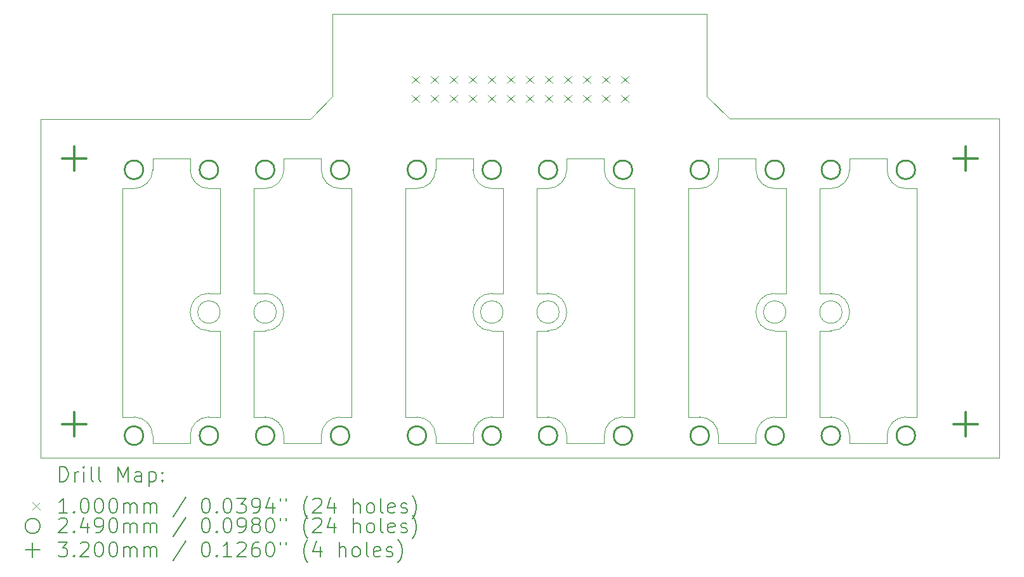
<source format=gbr>
%TF.GenerationSoftware,KiCad,Pcbnew,8.0.4*%
%TF.CreationDate,2024-09-10T22:05:45-04:00*%
%TF.ProjectId,UpperPOGO,55707065-7250-44f4-974f-2e6b69636164,v4*%
%TF.SameCoordinates,Original*%
%TF.FileFunction,Drillmap*%
%TF.FilePolarity,Positive*%
%FSLAX45Y45*%
G04 Gerber Fmt 4.5, Leading zero omitted, Abs format (unit mm)*
G04 Created by KiCad (PCBNEW 8.0.4) date 2024-09-10 22:05:45*
%MOMM*%
%LPD*%
G01*
G04 APERTURE LIST*
%ADD10C,0.050000*%
%ADD11C,0.200000*%
%ADD12C,0.100000*%
%ADD13C,0.249000*%
%ADD14C,0.320000*%
G04 APERTURE END LIST*
D10*
X14975000Y-7000000D02*
X14825000Y-7000000D01*
X14975000Y-10050000D02*
G75*
G02*
X15225000Y-10300000I0J-250000D01*
G01*
X11950000Y-10300000D02*
X11950000Y-10400000D01*
X19500000Y-10400000D02*
X19500000Y-10300000D01*
X19500000Y-6600000D02*
X19000000Y-6600000D01*
X10450000Y-10050000D02*
X10600000Y-10050000D01*
X13075000Y-7000000D02*
X13075000Y-10050000D01*
X17750000Y-6600000D02*
X17750000Y-6750000D01*
X19750000Y-7000000D02*
X19900000Y-7000000D01*
X12200000Y-10050000D02*
X12350000Y-10050000D01*
X14225000Y-8900000D02*
G75*
G02*
X14225000Y-8400000I0J250000D01*
G01*
X11450000Y-6750000D02*
G75*
G02*
X11200000Y-7000000I-250000J0D01*
G01*
X16850000Y-7000000D02*
X16850000Y-10050000D01*
X17000000Y-10050000D02*
X16850000Y-10050000D01*
X18150000Y-8900000D02*
X18150000Y-10050000D01*
X18750000Y-10050000D02*
G75*
G02*
X19000000Y-10300000I0J-250000D01*
G01*
X15725000Y-6600000D02*
X15225000Y-6600000D01*
X10200000Y-6750000D02*
X10200000Y-6600000D01*
X9700000Y-10400000D02*
X9700000Y-10300000D01*
X10200000Y-10300000D02*
G75*
G02*
X10450000Y-10050000I250000J0D01*
G01*
X10600000Y-7000000D02*
X10600000Y-8400000D01*
X17250000Y-10300000D02*
X17250000Y-10400000D01*
X11200000Y-8900000D02*
X11050000Y-8900000D01*
X14975000Y-8400000D02*
X14825000Y-8400000D01*
X14825000Y-8900000D02*
X14825000Y-10050000D01*
X18750000Y-8900000D02*
X18600000Y-8900000D01*
X13475000Y-6750000D02*
G75*
G02*
X13225000Y-7000000I-250000J0D01*
G01*
X13225000Y-7000000D02*
X13075000Y-7000000D01*
X11200000Y-10050000D02*
G75*
G02*
X11450000Y-10300000I0J-250000D01*
G01*
X17097500Y-5770000D02*
X17397500Y-6070000D01*
X12350000Y-7000000D02*
X12350000Y-10050000D01*
X14975000Y-8400000D02*
G75*
G02*
X14975000Y-8900000I0J-250000D01*
G01*
X17750000Y-10300000D02*
X17750000Y-10400000D01*
X10600000Y-8650000D02*
G75*
G02*
X10300000Y-8650000I-150000J0D01*
G01*
X10300000Y-8650000D02*
G75*
G02*
X10600000Y-8650000I150000J0D01*
G01*
X9450000Y-7000000D02*
X9300000Y-7000000D01*
X18000000Y-7000000D02*
X18150000Y-7000000D01*
X17000000Y-7000000D02*
X16850000Y-7000000D01*
X10200000Y-10300000D02*
X10200000Y-10400000D01*
X11050000Y-8900000D02*
X11050000Y-10050000D01*
X11200000Y-8400000D02*
G75*
G02*
X11200000Y-8900000I0J-250000D01*
G01*
X19900000Y-7000000D02*
X19900000Y-10050000D01*
X18150000Y-7000000D02*
X18150000Y-8400000D01*
X11200000Y-10050000D02*
X11050000Y-10050000D01*
X13475000Y-6600000D02*
X13975000Y-6600000D01*
X9450000Y-10050000D02*
G75*
G02*
X9700000Y-10300000I0J-250000D01*
G01*
X15725000Y-10400000D02*
X15225000Y-10400000D01*
X17000000Y-10050000D02*
G75*
G02*
X17250000Y-10300000I0J-250000D01*
G01*
X18750000Y-8400000D02*
G75*
G02*
X18750000Y-8900000I0J-250000D01*
G01*
X12097500Y-4670000D02*
X17097500Y-4670000D01*
X14825000Y-7000000D02*
X14825000Y-8400000D01*
X19750000Y-10050000D02*
X19900000Y-10050000D01*
X9700000Y-10400000D02*
X10200000Y-10400000D01*
X18600000Y-7000000D02*
X18600000Y-8400000D01*
X13975000Y-10300000D02*
X13975000Y-10400000D01*
X11950000Y-6600000D02*
X11450000Y-6600000D01*
X9300000Y-7000000D02*
X9300000Y-10050000D01*
X17750000Y-10300000D02*
G75*
G02*
X18000000Y-10050000I250000J0D01*
G01*
X9700000Y-6750000D02*
G75*
G02*
X9450000Y-7000000I-250000J0D01*
G01*
X15225000Y-6750000D02*
G75*
G02*
X14975000Y-7000000I-250000J0D01*
G01*
X12200000Y-7000000D02*
X12350000Y-7000000D01*
X14975000Y-10050000D02*
X14825000Y-10050000D01*
X14375000Y-8900000D02*
X14375000Y-10050000D01*
X14975000Y-8900000D02*
X14825000Y-8900000D01*
X14225000Y-7000000D02*
G75*
G02*
X13975000Y-6750000I0J250000D01*
G01*
X10450000Y-7000000D02*
X10600000Y-7000000D01*
X14225000Y-10050000D02*
X14375000Y-10050000D01*
X15975000Y-7000000D02*
G75*
G02*
X15725000Y-6750000I0J250000D01*
G01*
X13225000Y-10050000D02*
X13075000Y-10050000D01*
X18000000Y-8900000D02*
G75*
G02*
X18000000Y-8400000I0J250000D01*
G01*
X19500000Y-6750000D02*
X19500000Y-6600000D01*
X11950000Y-6600000D02*
X11950000Y-6750000D01*
X15125000Y-8650000D02*
G75*
G02*
X14825000Y-8650000I-150000J0D01*
G01*
X14825000Y-8650000D02*
G75*
G02*
X15125000Y-8650000I150000J0D01*
G01*
X18900000Y-8650000D02*
G75*
G02*
X18600000Y-8650000I-150000J0D01*
G01*
X18600000Y-8650000D02*
G75*
G02*
X18900000Y-8650000I150000J0D01*
G01*
X14375000Y-7000000D02*
X14375000Y-8400000D01*
X18000000Y-10050000D02*
X18150000Y-10050000D01*
X15225000Y-6750000D02*
X15225000Y-6600000D01*
X18750000Y-8400000D02*
X18600000Y-8400000D01*
X15725000Y-10300000D02*
G75*
G02*
X15975000Y-10050000I250000J0D01*
G01*
X18750000Y-10050000D02*
X18600000Y-10050000D01*
X17250000Y-6600000D02*
X17750000Y-6600000D01*
X19500000Y-10400000D02*
X19000000Y-10400000D01*
X15725000Y-10300000D02*
X15725000Y-10400000D01*
X14225000Y-7000000D02*
X14375000Y-7000000D01*
X18600000Y-8900000D02*
X18600000Y-10050000D01*
X18150000Y-8650000D02*
G75*
G02*
X17850000Y-8650000I-150000J0D01*
G01*
X17850000Y-8650000D02*
G75*
G02*
X18150000Y-8650000I150000J0D01*
G01*
X15725000Y-6600000D02*
X15725000Y-6750000D01*
X8200000Y-6075000D02*
X11800000Y-6075000D01*
X10450000Y-7000000D02*
G75*
G02*
X10200000Y-6750000I0J250000D01*
G01*
X11200000Y-8400000D02*
X11050000Y-8400000D01*
X15225000Y-10300000D02*
X15225000Y-10400000D01*
X8200000Y-10600000D02*
X8200000Y-6075000D01*
X17250000Y-10400000D02*
X17750000Y-10400000D01*
X14225000Y-8400000D02*
X14375000Y-8400000D01*
X19750000Y-7000000D02*
G75*
G02*
X19500000Y-6750000I0J250000D01*
G01*
X17250000Y-6750000D02*
G75*
G02*
X17000000Y-7000000I-250000J0D01*
G01*
X11950000Y-10300000D02*
G75*
G02*
X12200000Y-10050000I250000J0D01*
G01*
X13975000Y-6600000D02*
X13975000Y-6750000D01*
X17397500Y-6070000D02*
X20997500Y-6070000D01*
X9700000Y-6600000D02*
X10200000Y-6600000D01*
X12200000Y-7000000D02*
G75*
G02*
X11950000Y-6750000I0J250000D01*
G01*
X17097500Y-4670000D02*
X17097500Y-5770000D01*
X19000000Y-6750000D02*
G75*
G02*
X18750000Y-7000000I-250000J0D01*
G01*
X9450000Y-10050000D02*
X9300000Y-10050000D01*
X15975000Y-10050000D02*
X16125000Y-10050000D01*
X13475000Y-10300000D02*
X13475000Y-10400000D01*
X18000000Y-7000000D02*
G75*
G02*
X17750000Y-6750000I0J250000D01*
G01*
X10450000Y-8400000D02*
X10600000Y-8400000D01*
X19000000Y-10300000D02*
X19000000Y-10400000D01*
X21000000Y-10600000D02*
X20997500Y-6070000D01*
X13475000Y-6600000D02*
X13475000Y-6750000D01*
X17250000Y-6600000D02*
X17250000Y-6750000D01*
X16125000Y-7000000D02*
X16125000Y-10050000D01*
X21000000Y-10600000D02*
X8200000Y-10600000D01*
X13225000Y-10050000D02*
G75*
G02*
X13475000Y-10300000I0J-250000D01*
G01*
X18750000Y-7000000D02*
X18600000Y-7000000D01*
X19000000Y-6600000D02*
X19000000Y-6750000D01*
X10450000Y-8900000D02*
X10600000Y-8900000D01*
X14225000Y-8900000D02*
X14375000Y-8900000D01*
X13475000Y-10400000D02*
X13975000Y-10400000D01*
X11200000Y-7000000D02*
X11050000Y-7000000D01*
X9700000Y-6750000D02*
X9700000Y-6600000D01*
X11950000Y-10400000D02*
X11450000Y-10400000D01*
X11450000Y-6750000D02*
X11450000Y-6600000D01*
X14375000Y-8650000D02*
G75*
G02*
X14075000Y-8650000I-150000J0D01*
G01*
X14075000Y-8650000D02*
G75*
G02*
X14375000Y-8650000I150000J0D01*
G01*
X11800000Y-6075000D02*
X12097500Y-5770000D01*
X10450000Y-8900000D02*
G75*
G02*
X10450000Y-8400000I0J250000D01*
G01*
X18000000Y-8400000D02*
X18150000Y-8400000D01*
X11350000Y-8650000D02*
G75*
G02*
X11050000Y-8650000I-150000J0D01*
G01*
X11050000Y-8650000D02*
G75*
G02*
X11350000Y-8650000I150000J0D01*
G01*
X12097500Y-5770000D02*
X12097500Y-4670000D01*
X10600000Y-8900000D02*
X10600000Y-10050000D01*
X18000000Y-8900000D02*
X18150000Y-8900000D01*
X13975000Y-10300000D02*
G75*
G02*
X14225000Y-10050000I250000J0D01*
G01*
X11050000Y-7000000D02*
X11050000Y-8400000D01*
X15975000Y-7000000D02*
X16125000Y-7000000D01*
X11450000Y-10300000D02*
X11450000Y-10400000D01*
X19500000Y-10300000D02*
G75*
G02*
X19750000Y-10050000I250000J0D01*
G01*
D11*
D12*
X13155000Y-5496000D02*
X13255000Y-5596000D01*
X13255000Y-5496000D02*
X13155000Y-5596000D01*
X13155000Y-5750000D02*
X13255000Y-5850000D01*
X13255000Y-5750000D02*
X13155000Y-5850000D01*
X13409000Y-5496000D02*
X13509000Y-5596000D01*
X13509000Y-5496000D02*
X13409000Y-5596000D01*
X13409000Y-5750000D02*
X13509000Y-5850000D01*
X13509000Y-5750000D02*
X13409000Y-5850000D01*
X13663000Y-5496000D02*
X13763000Y-5596000D01*
X13763000Y-5496000D02*
X13663000Y-5596000D01*
X13663000Y-5750000D02*
X13763000Y-5850000D01*
X13763000Y-5750000D02*
X13663000Y-5850000D01*
X13917000Y-5496000D02*
X14017000Y-5596000D01*
X14017000Y-5496000D02*
X13917000Y-5596000D01*
X13917000Y-5750000D02*
X14017000Y-5850000D01*
X14017000Y-5750000D02*
X13917000Y-5850000D01*
X14171000Y-5496000D02*
X14271000Y-5596000D01*
X14271000Y-5496000D02*
X14171000Y-5596000D01*
X14171000Y-5750000D02*
X14271000Y-5850000D01*
X14271000Y-5750000D02*
X14171000Y-5850000D01*
X14425000Y-5496000D02*
X14525000Y-5596000D01*
X14525000Y-5496000D02*
X14425000Y-5596000D01*
X14425000Y-5750000D02*
X14525000Y-5850000D01*
X14525000Y-5750000D02*
X14425000Y-5850000D01*
X14679000Y-5496000D02*
X14779000Y-5596000D01*
X14779000Y-5496000D02*
X14679000Y-5596000D01*
X14679000Y-5750000D02*
X14779000Y-5850000D01*
X14779000Y-5750000D02*
X14679000Y-5850000D01*
X14933000Y-5496000D02*
X15033000Y-5596000D01*
X15033000Y-5496000D02*
X14933000Y-5596000D01*
X14933000Y-5750000D02*
X15033000Y-5850000D01*
X15033000Y-5750000D02*
X14933000Y-5850000D01*
X15187000Y-5496000D02*
X15287000Y-5596000D01*
X15287000Y-5496000D02*
X15187000Y-5596000D01*
X15187000Y-5750000D02*
X15287000Y-5850000D01*
X15287000Y-5750000D02*
X15187000Y-5850000D01*
X15441000Y-5496000D02*
X15541000Y-5596000D01*
X15541000Y-5496000D02*
X15441000Y-5596000D01*
X15441000Y-5750000D02*
X15541000Y-5850000D01*
X15541000Y-5750000D02*
X15441000Y-5850000D01*
X15695000Y-5496000D02*
X15795000Y-5596000D01*
X15795000Y-5496000D02*
X15695000Y-5596000D01*
X15695000Y-5750000D02*
X15795000Y-5850000D01*
X15795000Y-5750000D02*
X15695000Y-5850000D01*
X15949000Y-5496000D02*
X16049000Y-5596000D01*
X16049000Y-5496000D02*
X15949000Y-5596000D01*
X15949000Y-5750000D02*
X16049000Y-5850000D01*
X16049000Y-5750000D02*
X15949000Y-5850000D01*
D13*
X9574500Y-6750000D02*
G75*
G02*
X9325500Y-6750000I-124500J0D01*
G01*
X9325500Y-6750000D02*
G75*
G02*
X9574500Y-6750000I124500J0D01*
G01*
X9574500Y-10300000D02*
G75*
G02*
X9325500Y-10300000I-124500J0D01*
G01*
X9325500Y-10300000D02*
G75*
G02*
X9574500Y-10300000I124500J0D01*
G01*
X10574500Y-6750000D02*
G75*
G02*
X10325500Y-6750000I-124500J0D01*
G01*
X10325500Y-6750000D02*
G75*
G02*
X10574500Y-6750000I124500J0D01*
G01*
X10574500Y-10300000D02*
G75*
G02*
X10325500Y-10300000I-124500J0D01*
G01*
X10325500Y-10300000D02*
G75*
G02*
X10574500Y-10300000I124500J0D01*
G01*
X11324500Y-6750000D02*
G75*
G02*
X11075500Y-6750000I-124500J0D01*
G01*
X11075500Y-6750000D02*
G75*
G02*
X11324500Y-6750000I124500J0D01*
G01*
X11324500Y-10300000D02*
G75*
G02*
X11075500Y-10300000I-124500J0D01*
G01*
X11075500Y-10300000D02*
G75*
G02*
X11324500Y-10300000I124500J0D01*
G01*
X12324500Y-6750000D02*
G75*
G02*
X12075500Y-6750000I-124500J0D01*
G01*
X12075500Y-6750000D02*
G75*
G02*
X12324500Y-6750000I124500J0D01*
G01*
X12324500Y-10300000D02*
G75*
G02*
X12075500Y-10300000I-124500J0D01*
G01*
X12075500Y-10300000D02*
G75*
G02*
X12324500Y-10300000I124500J0D01*
G01*
X13349500Y-6750000D02*
G75*
G02*
X13100500Y-6750000I-124500J0D01*
G01*
X13100500Y-6750000D02*
G75*
G02*
X13349500Y-6750000I124500J0D01*
G01*
X13349500Y-10300000D02*
G75*
G02*
X13100500Y-10300000I-124500J0D01*
G01*
X13100500Y-10300000D02*
G75*
G02*
X13349500Y-10300000I124500J0D01*
G01*
X14349500Y-6750000D02*
G75*
G02*
X14100500Y-6750000I-124500J0D01*
G01*
X14100500Y-6750000D02*
G75*
G02*
X14349500Y-6750000I124500J0D01*
G01*
X14349500Y-10300000D02*
G75*
G02*
X14100500Y-10300000I-124500J0D01*
G01*
X14100500Y-10300000D02*
G75*
G02*
X14349500Y-10300000I124500J0D01*
G01*
X15099500Y-6750000D02*
G75*
G02*
X14850500Y-6750000I-124500J0D01*
G01*
X14850500Y-6750000D02*
G75*
G02*
X15099500Y-6750000I124500J0D01*
G01*
X15099500Y-10300000D02*
G75*
G02*
X14850500Y-10300000I-124500J0D01*
G01*
X14850500Y-10300000D02*
G75*
G02*
X15099500Y-10300000I124500J0D01*
G01*
X16099500Y-6750000D02*
G75*
G02*
X15850500Y-6750000I-124500J0D01*
G01*
X15850500Y-6750000D02*
G75*
G02*
X16099500Y-6750000I124500J0D01*
G01*
X16099500Y-10300000D02*
G75*
G02*
X15850500Y-10300000I-124500J0D01*
G01*
X15850500Y-10300000D02*
G75*
G02*
X16099500Y-10300000I124500J0D01*
G01*
X17124500Y-6750000D02*
G75*
G02*
X16875500Y-6750000I-124500J0D01*
G01*
X16875500Y-6750000D02*
G75*
G02*
X17124500Y-6750000I124500J0D01*
G01*
X17124500Y-10300000D02*
G75*
G02*
X16875500Y-10300000I-124500J0D01*
G01*
X16875500Y-10300000D02*
G75*
G02*
X17124500Y-10300000I124500J0D01*
G01*
X18124500Y-6750000D02*
G75*
G02*
X17875500Y-6750000I-124500J0D01*
G01*
X17875500Y-6750000D02*
G75*
G02*
X18124500Y-6750000I124500J0D01*
G01*
X18124500Y-10300000D02*
G75*
G02*
X17875500Y-10300000I-124500J0D01*
G01*
X17875500Y-10300000D02*
G75*
G02*
X18124500Y-10300000I124500J0D01*
G01*
X18874500Y-6750000D02*
G75*
G02*
X18625500Y-6750000I-124500J0D01*
G01*
X18625500Y-6750000D02*
G75*
G02*
X18874500Y-6750000I124500J0D01*
G01*
X18874500Y-10300000D02*
G75*
G02*
X18625500Y-10300000I-124500J0D01*
G01*
X18625500Y-10300000D02*
G75*
G02*
X18874500Y-10300000I124500J0D01*
G01*
X19874500Y-6750000D02*
G75*
G02*
X19625500Y-6750000I-124500J0D01*
G01*
X19625500Y-6750000D02*
G75*
G02*
X19874500Y-6750000I124500J0D01*
G01*
X19874500Y-10300000D02*
G75*
G02*
X19625500Y-10300000I-124500J0D01*
G01*
X19625500Y-10300000D02*
G75*
G02*
X19874500Y-10300000I124500J0D01*
G01*
D14*
X8650000Y-6440000D02*
X8650000Y-6760000D01*
X8490000Y-6600000D02*
X8810000Y-6600000D01*
X8650000Y-9990000D02*
X8650000Y-10310000D01*
X8490000Y-10150000D02*
X8810000Y-10150000D01*
X20550000Y-6440000D02*
X20550000Y-6760000D01*
X20390000Y-6600000D02*
X20710000Y-6600000D01*
X20550000Y-9990000D02*
X20550000Y-10310000D01*
X20390000Y-10150000D02*
X20710000Y-10150000D01*
D11*
X8458277Y-10913984D02*
X8458277Y-10713984D01*
X8458277Y-10713984D02*
X8505896Y-10713984D01*
X8505896Y-10713984D02*
X8534467Y-10723508D01*
X8534467Y-10723508D02*
X8553515Y-10742555D01*
X8553515Y-10742555D02*
X8563039Y-10761603D01*
X8563039Y-10761603D02*
X8572563Y-10799698D01*
X8572563Y-10799698D02*
X8572563Y-10828270D01*
X8572563Y-10828270D02*
X8563039Y-10866365D01*
X8563039Y-10866365D02*
X8553515Y-10885412D01*
X8553515Y-10885412D02*
X8534467Y-10904460D01*
X8534467Y-10904460D02*
X8505896Y-10913984D01*
X8505896Y-10913984D02*
X8458277Y-10913984D01*
X8658277Y-10913984D02*
X8658277Y-10780650D01*
X8658277Y-10818746D02*
X8667801Y-10799698D01*
X8667801Y-10799698D02*
X8677324Y-10790174D01*
X8677324Y-10790174D02*
X8696372Y-10780650D01*
X8696372Y-10780650D02*
X8715420Y-10780650D01*
X8782086Y-10913984D02*
X8782086Y-10780650D01*
X8782086Y-10713984D02*
X8772563Y-10723508D01*
X8772563Y-10723508D02*
X8782086Y-10733031D01*
X8782086Y-10733031D02*
X8791610Y-10723508D01*
X8791610Y-10723508D02*
X8782086Y-10713984D01*
X8782086Y-10713984D02*
X8782086Y-10733031D01*
X8905896Y-10913984D02*
X8886848Y-10904460D01*
X8886848Y-10904460D02*
X8877324Y-10885412D01*
X8877324Y-10885412D02*
X8877324Y-10713984D01*
X9010658Y-10913984D02*
X8991610Y-10904460D01*
X8991610Y-10904460D02*
X8982086Y-10885412D01*
X8982086Y-10885412D02*
X8982086Y-10713984D01*
X9239229Y-10913984D02*
X9239229Y-10713984D01*
X9239229Y-10713984D02*
X9305896Y-10856841D01*
X9305896Y-10856841D02*
X9372563Y-10713984D01*
X9372563Y-10713984D02*
X9372563Y-10913984D01*
X9553515Y-10913984D02*
X9553515Y-10809222D01*
X9553515Y-10809222D02*
X9543991Y-10790174D01*
X9543991Y-10790174D02*
X9524944Y-10780650D01*
X9524944Y-10780650D02*
X9486848Y-10780650D01*
X9486848Y-10780650D02*
X9467801Y-10790174D01*
X9553515Y-10904460D02*
X9534467Y-10913984D01*
X9534467Y-10913984D02*
X9486848Y-10913984D01*
X9486848Y-10913984D02*
X9467801Y-10904460D01*
X9467801Y-10904460D02*
X9458277Y-10885412D01*
X9458277Y-10885412D02*
X9458277Y-10866365D01*
X9458277Y-10866365D02*
X9467801Y-10847317D01*
X9467801Y-10847317D02*
X9486848Y-10837793D01*
X9486848Y-10837793D02*
X9534467Y-10837793D01*
X9534467Y-10837793D02*
X9553515Y-10828270D01*
X9648753Y-10780650D02*
X9648753Y-10980650D01*
X9648753Y-10790174D02*
X9667801Y-10780650D01*
X9667801Y-10780650D02*
X9705896Y-10780650D01*
X9705896Y-10780650D02*
X9724944Y-10790174D01*
X9724944Y-10790174D02*
X9734467Y-10799698D01*
X9734467Y-10799698D02*
X9743991Y-10818746D01*
X9743991Y-10818746D02*
X9743991Y-10875889D01*
X9743991Y-10875889D02*
X9734467Y-10894936D01*
X9734467Y-10894936D02*
X9724944Y-10904460D01*
X9724944Y-10904460D02*
X9705896Y-10913984D01*
X9705896Y-10913984D02*
X9667801Y-10913984D01*
X9667801Y-10913984D02*
X9648753Y-10904460D01*
X9829705Y-10894936D02*
X9839229Y-10904460D01*
X9839229Y-10904460D02*
X9829705Y-10913984D01*
X9829705Y-10913984D02*
X9820182Y-10904460D01*
X9820182Y-10904460D02*
X9829705Y-10894936D01*
X9829705Y-10894936D02*
X9829705Y-10913984D01*
X9829705Y-10790174D02*
X9839229Y-10799698D01*
X9839229Y-10799698D02*
X9829705Y-10809222D01*
X9829705Y-10809222D02*
X9820182Y-10799698D01*
X9820182Y-10799698D02*
X9829705Y-10790174D01*
X9829705Y-10790174D02*
X9829705Y-10809222D01*
D12*
X8097500Y-11192500D02*
X8197500Y-11292500D01*
X8197500Y-11192500D02*
X8097500Y-11292500D01*
D11*
X8563039Y-11333984D02*
X8448753Y-11333984D01*
X8505896Y-11333984D02*
X8505896Y-11133984D01*
X8505896Y-11133984D02*
X8486848Y-11162555D01*
X8486848Y-11162555D02*
X8467801Y-11181603D01*
X8467801Y-11181603D02*
X8448753Y-11191127D01*
X8648753Y-11314936D02*
X8658277Y-11324460D01*
X8658277Y-11324460D02*
X8648753Y-11333984D01*
X8648753Y-11333984D02*
X8639229Y-11324460D01*
X8639229Y-11324460D02*
X8648753Y-11314936D01*
X8648753Y-11314936D02*
X8648753Y-11333984D01*
X8782086Y-11133984D02*
X8801134Y-11133984D01*
X8801134Y-11133984D02*
X8820182Y-11143508D01*
X8820182Y-11143508D02*
X8829705Y-11153031D01*
X8829705Y-11153031D02*
X8839229Y-11172079D01*
X8839229Y-11172079D02*
X8848753Y-11210174D01*
X8848753Y-11210174D02*
X8848753Y-11257793D01*
X8848753Y-11257793D02*
X8839229Y-11295888D01*
X8839229Y-11295888D02*
X8829705Y-11314936D01*
X8829705Y-11314936D02*
X8820182Y-11324460D01*
X8820182Y-11324460D02*
X8801134Y-11333984D01*
X8801134Y-11333984D02*
X8782086Y-11333984D01*
X8782086Y-11333984D02*
X8763039Y-11324460D01*
X8763039Y-11324460D02*
X8753515Y-11314936D01*
X8753515Y-11314936D02*
X8743991Y-11295888D01*
X8743991Y-11295888D02*
X8734467Y-11257793D01*
X8734467Y-11257793D02*
X8734467Y-11210174D01*
X8734467Y-11210174D02*
X8743991Y-11172079D01*
X8743991Y-11172079D02*
X8753515Y-11153031D01*
X8753515Y-11153031D02*
X8763039Y-11143508D01*
X8763039Y-11143508D02*
X8782086Y-11133984D01*
X8972563Y-11133984D02*
X8991610Y-11133984D01*
X8991610Y-11133984D02*
X9010658Y-11143508D01*
X9010658Y-11143508D02*
X9020182Y-11153031D01*
X9020182Y-11153031D02*
X9029705Y-11172079D01*
X9029705Y-11172079D02*
X9039229Y-11210174D01*
X9039229Y-11210174D02*
X9039229Y-11257793D01*
X9039229Y-11257793D02*
X9029705Y-11295888D01*
X9029705Y-11295888D02*
X9020182Y-11314936D01*
X9020182Y-11314936D02*
X9010658Y-11324460D01*
X9010658Y-11324460D02*
X8991610Y-11333984D01*
X8991610Y-11333984D02*
X8972563Y-11333984D01*
X8972563Y-11333984D02*
X8953515Y-11324460D01*
X8953515Y-11324460D02*
X8943991Y-11314936D01*
X8943991Y-11314936D02*
X8934467Y-11295888D01*
X8934467Y-11295888D02*
X8924944Y-11257793D01*
X8924944Y-11257793D02*
X8924944Y-11210174D01*
X8924944Y-11210174D02*
X8934467Y-11172079D01*
X8934467Y-11172079D02*
X8943991Y-11153031D01*
X8943991Y-11153031D02*
X8953515Y-11143508D01*
X8953515Y-11143508D02*
X8972563Y-11133984D01*
X9163039Y-11133984D02*
X9182086Y-11133984D01*
X9182086Y-11133984D02*
X9201134Y-11143508D01*
X9201134Y-11143508D02*
X9210658Y-11153031D01*
X9210658Y-11153031D02*
X9220182Y-11172079D01*
X9220182Y-11172079D02*
X9229705Y-11210174D01*
X9229705Y-11210174D02*
X9229705Y-11257793D01*
X9229705Y-11257793D02*
X9220182Y-11295888D01*
X9220182Y-11295888D02*
X9210658Y-11314936D01*
X9210658Y-11314936D02*
X9201134Y-11324460D01*
X9201134Y-11324460D02*
X9182086Y-11333984D01*
X9182086Y-11333984D02*
X9163039Y-11333984D01*
X9163039Y-11333984D02*
X9143991Y-11324460D01*
X9143991Y-11324460D02*
X9134467Y-11314936D01*
X9134467Y-11314936D02*
X9124944Y-11295888D01*
X9124944Y-11295888D02*
X9115420Y-11257793D01*
X9115420Y-11257793D02*
X9115420Y-11210174D01*
X9115420Y-11210174D02*
X9124944Y-11172079D01*
X9124944Y-11172079D02*
X9134467Y-11153031D01*
X9134467Y-11153031D02*
X9143991Y-11143508D01*
X9143991Y-11143508D02*
X9163039Y-11133984D01*
X9315420Y-11333984D02*
X9315420Y-11200650D01*
X9315420Y-11219698D02*
X9324944Y-11210174D01*
X9324944Y-11210174D02*
X9343991Y-11200650D01*
X9343991Y-11200650D02*
X9372563Y-11200650D01*
X9372563Y-11200650D02*
X9391610Y-11210174D01*
X9391610Y-11210174D02*
X9401134Y-11229222D01*
X9401134Y-11229222D02*
X9401134Y-11333984D01*
X9401134Y-11229222D02*
X9410658Y-11210174D01*
X9410658Y-11210174D02*
X9429705Y-11200650D01*
X9429705Y-11200650D02*
X9458277Y-11200650D01*
X9458277Y-11200650D02*
X9477325Y-11210174D01*
X9477325Y-11210174D02*
X9486848Y-11229222D01*
X9486848Y-11229222D02*
X9486848Y-11333984D01*
X9582086Y-11333984D02*
X9582086Y-11200650D01*
X9582086Y-11219698D02*
X9591610Y-11210174D01*
X9591610Y-11210174D02*
X9610658Y-11200650D01*
X9610658Y-11200650D02*
X9639229Y-11200650D01*
X9639229Y-11200650D02*
X9658277Y-11210174D01*
X9658277Y-11210174D02*
X9667801Y-11229222D01*
X9667801Y-11229222D02*
X9667801Y-11333984D01*
X9667801Y-11229222D02*
X9677325Y-11210174D01*
X9677325Y-11210174D02*
X9696372Y-11200650D01*
X9696372Y-11200650D02*
X9724944Y-11200650D01*
X9724944Y-11200650D02*
X9743991Y-11210174D01*
X9743991Y-11210174D02*
X9753515Y-11229222D01*
X9753515Y-11229222D02*
X9753515Y-11333984D01*
X10143991Y-11124460D02*
X9972563Y-11381603D01*
X10401134Y-11133984D02*
X10420182Y-11133984D01*
X10420182Y-11133984D02*
X10439229Y-11143508D01*
X10439229Y-11143508D02*
X10448753Y-11153031D01*
X10448753Y-11153031D02*
X10458277Y-11172079D01*
X10458277Y-11172079D02*
X10467801Y-11210174D01*
X10467801Y-11210174D02*
X10467801Y-11257793D01*
X10467801Y-11257793D02*
X10458277Y-11295888D01*
X10458277Y-11295888D02*
X10448753Y-11314936D01*
X10448753Y-11314936D02*
X10439229Y-11324460D01*
X10439229Y-11324460D02*
X10420182Y-11333984D01*
X10420182Y-11333984D02*
X10401134Y-11333984D01*
X10401134Y-11333984D02*
X10382087Y-11324460D01*
X10382087Y-11324460D02*
X10372563Y-11314936D01*
X10372563Y-11314936D02*
X10363039Y-11295888D01*
X10363039Y-11295888D02*
X10353515Y-11257793D01*
X10353515Y-11257793D02*
X10353515Y-11210174D01*
X10353515Y-11210174D02*
X10363039Y-11172079D01*
X10363039Y-11172079D02*
X10372563Y-11153031D01*
X10372563Y-11153031D02*
X10382087Y-11143508D01*
X10382087Y-11143508D02*
X10401134Y-11133984D01*
X10553515Y-11314936D02*
X10563039Y-11324460D01*
X10563039Y-11324460D02*
X10553515Y-11333984D01*
X10553515Y-11333984D02*
X10543991Y-11324460D01*
X10543991Y-11324460D02*
X10553515Y-11314936D01*
X10553515Y-11314936D02*
X10553515Y-11333984D01*
X10686848Y-11133984D02*
X10705896Y-11133984D01*
X10705896Y-11133984D02*
X10724944Y-11143508D01*
X10724944Y-11143508D02*
X10734468Y-11153031D01*
X10734468Y-11153031D02*
X10743991Y-11172079D01*
X10743991Y-11172079D02*
X10753515Y-11210174D01*
X10753515Y-11210174D02*
X10753515Y-11257793D01*
X10753515Y-11257793D02*
X10743991Y-11295888D01*
X10743991Y-11295888D02*
X10734468Y-11314936D01*
X10734468Y-11314936D02*
X10724944Y-11324460D01*
X10724944Y-11324460D02*
X10705896Y-11333984D01*
X10705896Y-11333984D02*
X10686848Y-11333984D01*
X10686848Y-11333984D02*
X10667801Y-11324460D01*
X10667801Y-11324460D02*
X10658277Y-11314936D01*
X10658277Y-11314936D02*
X10648753Y-11295888D01*
X10648753Y-11295888D02*
X10639229Y-11257793D01*
X10639229Y-11257793D02*
X10639229Y-11210174D01*
X10639229Y-11210174D02*
X10648753Y-11172079D01*
X10648753Y-11172079D02*
X10658277Y-11153031D01*
X10658277Y-11153031D02*
X10667801Y-11143508D01*
X10667801Y-11143508D02*
X10686848Y-11133984D01*
X10820182Y-11133984D02*
X10943991Y-11133984D01*
X10943991Y-11133984D02*
X10877325Y-11210174D01*
X10877325Y-11210174D02*
X10905896Y-11210174D01*
X10905896Y-11210174D02*
X10924944Y-11219698D01*
X10924944Y-11219698D02*
X10934468Y-11229222D01*
X10934468Y-11229222D02*
X10943991Y-11248269D01*
X10943991Y-11248269D02*
X10943991Y-11295888D01*
X10943991Y-11295888D02*
X10934468Y-11314936D01*
X10934468Y-11314936D02*
X10924944Y-11324460D01*
X10924944Y-11324460D02*
X10905896Y-11333984D01*
X10905896Y-11333984D02*
X10848753Y-11333984D01*
X10848753Y-11333984D02*
X10829706Y-11324460D01*
X10829706Y-11324460D02*
X10820182Y-11314936D01*
X11039229Y-11333984D02*
X11077325Y-11333984D01*
X11077325Y-11333984D02*
X11096372Y-11324460D01*
X11096372Y-11324460D02*
X11105896Y-11314936D01*
X11105896Y-11314936D02*
X11124944Y-11286365D01*
X11124944Y-11286365D02*
X11134468Y-11248269D01*
X11134468Y-11248269D02*
X11134468Y-11172079D01*
X11134468Y-11172079D02*
X11124944Y-11153031D01*
X11124944Y-11153031D02*
X11115420Y-11143508D01*
X11115420Y-11143508D02*
X11096372Y-11133984D01*
X11096372Y-11133984D02*
X11058277Y-11133984D01*
X11058277Y-11133984D02*
X11039229Y-11143508D01*
X11039229Y-11143508D02*
X11029706Y-11153031D01*
X11029706Y-11153031D02*
X11020182Y-11172079D01*
X11020182Y-11172079D02*
X11020182Y-11219698D01*
X11020182Y-11219698D02*
X11029706Y-11238746D01*
X11029706Y-11238746D02*
X11039229Y-11248269D01*
X11039229Y-11248269D02*
X11058277Y-11257793D01*
X11058277Y-11257793D02*
X11096372Y-11257793D01*
X11096372Y-11257793D02*
X11115420Y-11248269D01*
X11115420Y-11248269D02*
X11124944Y-11238746D01*
X11124944Y-11238746D02*
X11134468Y-11219698D01*
X11305896Y-11200650D02*
X11305896Y-11333984D01*
X11258277Y-11124460D02*
X11210658Y-11267317D01*
X11210658Y-11267317D02*
X11334467Y-11267317D01*
X11401134Y-11133984D02*
X11401134Y-11172079D01*
X11477325Y-11133984D02*
X11477325Y-11172079D01*
X11772563Y-11410174D02*
X11763039Y-11400650D01*
X11763039Y-11400650D02*
X11743991Y-11372079D01*
X11743991Y-11372079D02*
X11734468Y-11353031D01*
X11734468Y-11353031D02*
X11724944Y-11324460D01*
X11724944Y-11324460D02*
X11715420Y-11276841D01*
X11715420Y-11276841D02*
X11715420Y-11238746D01*
X11715420Y-11238746D02*
X11724944Y-11191127D01*
X11724944Y-11191127D02*
X11734468Y-11162555D01*
X11734468Y-11162555D02*
X11743991Y-11143508D01*
X11743991Y-11143508D02*
X11763039Y-11114936D01*
X11763039Y-11114936D02*
X11772563Y-11105412D01*
X11839229Y-11153031D02*
X11848753Y-11143508D01*
X11848753Y-11143508D02*
X11867801Y-11133984D01*
X11867801Y-11133984D02*
X11915420Y-11133984D01*
X11915420Y-11133984D02*
X11934468Y-11143508D01*
X11934468Y-11143508D02*
X11943991Y-11153031D01*
X11943991Y-11153031D02*
X11953515Y-11172079D01*
X11953515Y-11172079D02*
X11953515Y-11191127D01*
X11953515Y-11191127D02*
X11943991Y-11219698D01*
X11943991Y-11219698D02*
X11829706Y-11333984D01*
X11829706Y-11333984D02*
X11953515Y-11333984D01*
X12124944Y-11200650D02*
X12124944Y-11333984D01*
X12077325Y-11124460D02*
X12029706Y-11267317D01*
X12029706Y-11267317D02*
X12153515Y-11267317D01*
X12382087Y-11333984D02*
X12382087Y-11133984D01*
X12467801Y-11333984D02*
X12467801Y-11229222D01*
X12467801Y-11229222D02*
X12458277Y-11210174D01*
X12458277Y-11210174D02*
X12439230Y-11200650D01*
X12439230Y-11200650D02*
X12410658Y-11200650D01*
X12410658Y-11200650D02*
X12391610Y-11210174D01*
X12391610Y-11210174D02*
X12382087Y-11219698D01*
X12591610Y-11333984D02*
X12572563Y-11324460D01*
X12572563Y-11324460D02*
X12563039Y-11314936D01*
X12563039Y-11314936D02*
X12553515Y-11295888D01*
X12553515Y-11295888D02*
X12553515Y-11238746D01*
X12553515Y-11238746D02*
X12563039Y-11219698D01*
X12563039Y-11219698D02*
X12572563Y-11210174D01*
X12572563Y-11210174D02*
X12591610Y-11200650D01*
X12591610Y-11200650D02*
X12620182Y-11200650D01*
X12620182Y-11200650D02*
X12639230Y-11210174D01*
X12639230Y-11210174D02*
X12648753Y-11219698D01*
X12648753Y-11219698D02*
X12658277Y-11238746D01*
X12658277Y-11238746D02*
X12658277Y-11295888D01*
X12658277Y-11295888D02*
X12648753Y-11314936D01*
X12648753Y-11314936D02*
X12639230Y-11324460D01*
X12639230Y-11324460D02*
X12620182Y-11333984D01*
X12620182Y-11333984D02*
X12591610Y-11333984D01*
X12772563Y-11333984D02*
X12753515Y-11324460D01*
X12753515Y-11324460D02*
X12743991Y-11305412D01*
X12743991Y-11305412D02*
X12743991Y-11133984D01*
X12924944Y-11324460D02*
X12905896Y-11333984D01*
X12905896Y-11333984D02*
X12867801Y-11333984D01*
X12867801Y-11333984D02*
X12848753Y-11324460D01*
X12848753Y-11324460D02*
X12839230Y-11305412D01*
X12839230Y-11305412D02*
X12839230Y-11229222D01*
X12839230Y-11229222D02*
X12848753Y-11210174D01*
X12848753Y-11210174D02*
X12867801Y-11200650D01*
X12867801Y-11200650D02*
X12905896Y-11200650D01*
X12905896Y-11200650D02*
X12924944Y-11210174D01*
X12924944Y-11210174D02*
X12934468Y-11229222D01*
X12934468Y-11229222D02*
X12934468Y-11248269D01*
X12934468Y-11248269D02*
X12839230Y-11267317D01*
X13010658Y-11324460D02*
X13029706Y-11333984D01*
X13029706Y-11333984D02*
X13067801Y-11333984D01*
X13067801Y-11333984D02*
X13086849Y-11324460D01*
X13086849Y-11324460D02*
X13096372Y-11305412D01*
X13096372Y-11305412D02*
X13096372Y-11295888D01*
X13096372Y-11295888D02*
X13086849Y-11276841D01*
X13086849Y-11276841D02*
X13067801Y-11267317D01*
X13067801Y-11267317D02*
X13039230Y-11267317D01*
X13039230Y-11267317D02*
X13020182Y-11257793D01*
X13020182Y-11257793D02*
X13010658Y-11238746D01*
X13010658Y-11238746D02*
X13010658Y-11229222D01*
X13010658Y-11229222D02*
X13020182Y-11210174D01*
X13020182Y-11210174D02*
X13039230Y-11200650D01*
X13039230Y-11200650D02*
X13067801Y-11200650D01*
X13067801Y-11200650D02*
X13086849Y-11210174D01*
X13163039Y-11410174D02*
X13172563Y-11400650D01*
X13172563Y-11400650D02*
X13191611Y-11372079D01*
X13191611Y-11372079D02*
X13201134Y-11353031D01*
X13201134Y-11353031D02*
X13210658Y-11324460D01*
X13210658Y-11324460D02*
X13220182Y-11276841D01*
X13220182Y-11276841D02*
X13220182Y-11238746D01*
X13220182Y-11238746D02*
X13210658Y-11191127D01*
X13210658Y-11191127D02*
X13201134Y-11162555D01*
X13201134Y-11162555D02*
X13191611Y-11143508D01*
X13191611Y-11143508D02*
X13172563Y-11114936D01*
X13172563Y-11114936D02*
X13163039Y-11105412D01*
X8197500Y-11506500D02*
G75*
G02*
X7997500Y-11506500I-100000J0D01*
G01*
X7997500Y-11506500D02*
G75*
G02*
X8197500Y-11506500I100000J0D01*
G01*
X8448753Y-11417031D02*
X8458277Y-11407508D01*
X8458277Y-11407508D02*
X8477324Y-11397984D01*
X8477324Y-11397984D02*
X8524944Y-11397984D01*
X8524944Y-11397984D02*
X8543991Y-11407508D01*
X8543991Y-11407508D02*
X8553515Y-11417031D01*
X8553515Y-11417031D02*
X8563039Y-11436079D01*
X8563039Y-11436079D02*
X8563039Y-11455127D01*
X8563039Y-11455127D02*
X8553515Y-11483698D01*
X8553515Y-11483698D02*
X8439229Y-11597984D01*
X8439229Y-11597984D02*
X8563039Y-11597984D01*
X8648753Y-11578936D02*
X8658277Y-11588460D01*
X8658277Y-11588460D02*
X8648753Y-11597984D01*
X8648753Y-11597984D02*
X8639229Y-11588460D01*
X8639229Y-11588460D02*
X8648753Y-11578936D01*
X8648753Y-11578936D02*
X8648753Y-11597984D01*
X8829705Y-11464650D02*
X8829705Y-11597984D01*
X8782086Y-11388460D02*
X8734467Y-11531317D01*
X8734467Y-11531317D02*
X8858277Y-11531317D01*
X8943991Y-11597984D02*
X8982086Y-11597984D01*
X8982086Y-11597984D02*
X9001134Y-11588460D01*
X9001134Y-11588460D02*
X9010658Y-11578936D01*
X9010658Y-11578936D02*
X9029705Y-11550365D01*
X9029705Y-11550365D02*
X9039229Y-11512269D01*
X9039229Y-11512269D02*
X9039229Y-11436079D01*
X9039229Y-11436079D02*
X9029705Y-11417031D01*
X9029705Y-11417031D02*
X9020182Y-11407508D01*
X9020182Y-11407508D02*
X9001134Y-11397984D01*
X9001134Y-11397984D02*
X8963039Y-11397984D01*
X8963039Y-11397984D02*
X8943991Y-11407508D01*
X8943991Y-11407508D02*
X8934467Y-11417031D01*
X8934467Y-11417031D02*
X8924944Y-11436079D01*
X8924944Y-11436079D02*
X8924944Y-11483698D01*
X8924944Y-11483698D02*
X8934467Y-11502746D01*
X8934467Y-11502746D02*
X8943991Y-11512269D01*
X8943991Y-11512269D02*
X8963039Y-11521793D01*
X8963039Y-11521793D02*
X9001134Y-11521793D01*
X9001134Y-11521793D02*
X9020182Y-11512269D01*
X9020182Y-11512269D02*
X9029705Y-11502746D01*
X9029705Y-11502746D02*
X9039229Y-11483698D01*
X9163039Y-11397984D02*
X9182086Y-11397984D01*
X9182086Y-11397984D02*
X9201134Y-11407508D01*
X9201134Y-11407508D02*
X9210658Y-11417031D01*
X9210658Y-11417031D02*
X9220182Y-11436079D01*
X9220182Y-11436079D02*
X9229705Y-11474174D01*
X9229705Y-11474174D02*
X9229705Y-11521793D01*
X9229705Y-11521793D02*
X9220182Y-11559888D01*
X9220182Y-11559888D02*
X9210658Y-11578936D01*
X9210658Y-11578936D02*
X9201134Y-11588460D01*
X9201134Y-11588460D02*
X9182086Y-11597984D01*
X9182086Y-11597984D02*
X9163039Y-11597984D01*
X9163039Y-11597984D02*
X9143991Y-11588460D01*
X9143991Y-11588460D02*
X9134467Y-11578936D01*
X9134467Y-11578936D02*
X9124944Y-11559888D01*
X9124944Y-11559888D02*
X9115420Y-11521793D01*
X9115420Y-11521793D02*
X9115420Y-11474174D01*
X9115420Y-11474174D02*
X9124944Y-11436079D01*
X9124944Y-11436079D02*
X9134467Y-11417031D01*
X9134467Y-11417031D02*
X9143991Y-11407508D01*
X9143991Y-11407508D02*
X9163039Y-11397984D01*
X9315420Y-11597984D02*
X9315420Y-11464650D01*
X9315420Y-11483698D02*
X9324944Y-11474174D01*
X9324944Y-11474174D02*
X9343991Y-11464650D01*
X9343991Y-11464650D02*
X9372563Y-11464650D01*
X9372563Y-11464650D02*
X9391610Y-11474174D01*
X9391610Y-11474174D02*
X9401134Y-11493222D01*
X9401134Y-11493222D02*
X9401134Y-11597984D01*
X9401134Y-11493222D02*
X9410658Y-11474174D01*
X9410658Y-11474174D02*
X9429705Y-11464650D01*
X9429705Y-11464650D02*
X9458277Y-11464650D01*
X9458277Y-11464650D02*
X9477325Y-11474174D01*
X9477325Y-11474174D02*
X9486848Y-11493222D01*
X9486848Y-11493222D02*
X9486848Y-11597984D01*
X9582086Y-11597984D02*
X9582086Y-11464650D01*
X9582086Y-11483698D02*
X9591610Y-11474174D01*
X9591610Y-11474174D02*
X9610658Y-11464650D01*
X9610658Y-11464650D02*
X9639229Y-11464650D01*
X9639229Y-11464650D02*
X9658277Y-11474174D01*
X9658277Y-11474174D02*
X9667801Y-11493222D01*
X9667801Y-11493222D02*
X9667801Y-11597984D01*
X9667801Y-11493222D02*
X9677325Y-11474174D01*
X9677325Y-11474174D02*
X9696372Y-11464650D01*
X9696372Y-11464650D02*
X9724944Y-11464650D01*
X9724944Y-11464650D02*
X9743991Y-11474174D01*
X9743991Y-11474174D02*
X9753515Y-11493222D01*
X9753515Y-11493222D02*
X9753515Y-11597984D01*
X10143991Y-11388460D02*
X9972563Y-11645603D01*
X10401134Y-11397984D02*
X10420182Y-11397984D01*
X10420182Y-11397984D02*
X10439229Y-11407508D01*
X10439229Y-11407508D02*
X10448753Y-11417031D01*
X10448753Y-11417031D02*
X10458277Y-11436079D01*
X10458277Y-11436079D02*
X10467801Y-11474174D01*
X10467801Y-11474174D02*
X10467801Y-11521793D01*
X10467801Y-11521793D02*
X10458277Y-11559888D01*
X10458277Y-11559888D02*
X10448753Y-11578936D01*
X10448753Y-11578936D02*
X10439229Y-11588460D01*
X10439229Y-11588460D02*
X10420182Y-11597984D01*
X10420182Y-11597984D02*
X10401134Y-11597984D01*
X10401134Y-11597984D02*
X10382087Y-11588460D01*
X10382087Y-11588460D02*
X10372563Y-11578936D01*
X10372563Y-11578936D02*
X10363039Y-11559888D01*
X10363039Y-11559888D02*
X10353515Y-11521793D01*
X10353515Y-11521793D02*
X10353515Y-11474174D01*
X10353515Y-11474174D02*
X10363039Y-11436079D01*
X10363039Y-11436079D02*
X10372563Y-11417031D01*
X10372563Y-11417031D02*
X10382087Y-11407508D01*
X10382087Y-11407508D02*
X10401134Y-11397984D01*
X10553515Y-11578936D02*
X10563039Y-11588460D01*
X10563039Y-11588460D02*
X10553515Y-11597984D01*
X10553515Y-11597984D02*
X10543991Y-11588460D01*
X10543991Y-11588460D02*
X10553515Y-11578936D01*
X10553515Y-11578936D02*
X10553515Y-11597984D01*
X10686848Y-11397984D02*
X10705896Y-11397984D01*
X10705896Y-11397984D02*
X10724944Y-11407508D01*
X10724944Y-11407508D02*
X10734468Y-11417031D01*
X10734468Y-11417031D02*
X10743991Y-11436079D01*
X10743991Y-11436079D02*
X10753515Y-11474174D01*
X10753515Y-11474174D02*
X10753515Y-11521793D01*
X10753515Y-11521793D02*
X10743991Y-11559888D01*
X10743991Y-11559888D02*
X10734468Y-11578936D01*
X10734468Y-11578936D02*
X10724944Y-11588460D01*
X10724944Y-11588460D02*
X10705896Y-11597984D01*
X10705896Y-11597984D02*
X10686848Y-11597984D01*
X10686848Y-11597984D02*
X10667801Y-11588460D01*
X10667801Y-11588460D02*
X10658277Y-11578936D01*
X10658277Y-11578936D02*
X10648753Y-11559888D01*
X10648753Y-11559888D02*
X10639229Y-11521793D01*
X10639229Y-11521793D02*
X10639229Y-11474174D01*
X10639229Y-11474174D02*
X10648753Y-11436079D01*
X10648753Y-11436079D02*
X10658277Y-11417031D01*
X10658277Y-11417031D02*
X10667801Y-11407508D01*
X10667801Y-11407508D02*
X10686848Y-11397984D01*
X10848753Y-11597984D02*
X10886848Y-11597984D01*
X10886848Y-11597984D02*
X10905896Y-11588460D01*
X10905896Y-11588460D02*
X10915420Y-11578936D01*
X10915420Y-11578936D02*
X10934468Y-11550365D01*
X10934468Y-11550365D02*
X10943991Y-11512269D01*
X10943991Y-11512269D02*
X10943991Y-11436079D01*
X10943991Y-11436079D02*
X10934468Y-11417031D01*
X10934468Y-11417031D02*
X10924944Y-11407508D01*
X10924944Y-11407508D02*
X10905896Y-11397984D01*
X10905896Y-11397984D02*
X10867801Y-11397984D01*
X10867801Y-11397984D02*
X10848753Y-11407508D01*
X10848753Y-11407508D02*
X10839229Y-11417031D01*
X10839229Y-11417031D02*
X10829706Y-11436079D01*
X10829706Y-11436079D02*
X10829706Y-11483698D01*
X10829706Y-11483698D02*
X10839229Y-11502746D01*
X10839229Y-11502746D02*
X10848753Y-11512269D01*
X10848753Y-11512269D02*
X10867801Y-11521793D01*
X10867801Y-11521793D02*
X10905896Y-11521793D01*
X10905896Y-11521793D02*
X10924944Y-11512269D01*
X10924944Y-11512269D02*
X10934468Y-11502746D01*
X10934468Y-11502746D02*
X10943991Y-11483698D01*
X11058277Y-11483698D02*
X11039229Y-11474174D01*
X11039229Y-11474174D02*
X11029706Y-11464650D01*
X11029706Y-11464650D02*
X11020182Y-11445603D01*
X11020182Y-11445603D02*
X11020182Y-11436079D01*
X11020182Y-11436079D02*
X11029706Y-11417031D01*
X11029706Y-11417031D02*
X11039229Y-11407508D01*
X11039229Y-11407508D02*
X11058277Y-11397984D01*
X11058277Y-11397984D02*
X11096372Y-11397984D01*
X11096372Y-11397984D02*
X11115420Y-11407508D01*
X11115420Y-11407508D02*
X11124944Y-11417031D01*
X11124944Y-11417031D02*
X11134468Y-11436079D01*
X11134468Y-11436079D02*
X11134468Y-11445603D01*
X11134468Y-11445603D02*
X11124944Y-11464650D01*
X11124944Y-11464650D02*
X11115420Y-11474174D01*
X11115420Y-11474174D02*
X11096372Y-11483698D01*
X11096372Y-11483698D02*
X11058277Y-11483698D01*
X11058277Y-11483698D02*
X11039229Y-11493222D01*
X11039229Y-11493222D02*
X11029706Y-11502746D01*
X11029706Y-11502746D02*
X11020182Y-11521793D01*
X11020182Y-11521793D02*
X11020182Y-11559888D01*
X11020182Y-11559888D02*
X11029706Y-11578936D01*
X11029706Y-11578936D02*
X11039229Y-11588460D01*
X11039229Y-11588460D02*
X11058277Y-11597984D01*
X11058277Y-11597984D02*
X11096372Y-11597984D01*
X11096372Y-11597984D02*
X11115420Y-11588460D01*
X11115420Y-11588460D02*
X11124944Y-11578936D01*
X11124944Y-11578936D02*
X11134468Y-11559888D01*
X11134468Y-11559888D02*
X11134468Y-11521793D01*
X11134468Y-11521793D02*
X11124944Y-11502746D01*
X11124944Y-11502746D02*
X11115420Y-11493222D01*
X11115420Y-11493222D02*
X11096372Y-11483698D01*
X11258277Y-11397984D02*
X11277325Y-11397984D01*
X11277325Y-11397984D02*
X11296372Y-11407508D01*
X11296372Y-11407508D02*
X11305896Y-11417031D01*
X11305896Y-11417031D02*
X11315420Y-11436079D01*
X11315420Y-11436079D02*
X11324944Y-11474174D01*
X11324944Y-11474174D02*
X11324944Y-11521793D01*
X11324944Y-11521793D02*
X11315420Y-11559888D01*
X11315420Y-11559888D02*
X11305896Y-11578936D01*
X11305896Y-11578936D02*
X11296372Y-11588460D01*
X11296372Y-11588460D02*
X11277325Y-11597984D01*
X11277325Y-11597984D02*
X11258277Y-11597984D01*
X11258277Y-11597984D02*
X11239229Y-11588460D01*
X11239229Y-11588460D02*
X11229706Y-11578936D01*
X11229706Y-11578936D02*
X11220182Y-11559888D01*
X11220182Y-11559888D02*
X11210658Y-11521793D01*
X11210658Y-11521793D02*
X11210658Y-11474174D01*
X11210658Y-11474174D02*
X11220182Y-11436079D01*
X11220182Y-11436079D02*
X11229706Y-11417031D01*
X11229706Y-11417031D02*
X11239229Y-11407508D01*
X11239229Y-11407508D02*
X11258277Y-11397984D01*
X11401134Y-11397984D02*
X11401134Y-11436079D01*
X11477325Y-11397984D02*
X11477325Y-11436079D01*
X11772563Y-11674174D02*
X11763039Y-11664650D01*
X11763039Y-11664650D02*
X11743991Y-11636079D01*
X11743991Y-11636079D02*
X11734468Y-11617031D01*
X11734468Y-11617031D02*
X11724944Y-11588460D01*
X11724944Y-11588460D02*
X11715420Y-11540841D01*
X11715420Y-11540841D02*
X11715420Y-11502746D01*
X11715420Y-11502746D02*
X11724944Y-11455127D01*
X11724944Y-11455127D02*
X11734468Y-11426555D01*
X11734468Y-11426555D02*
X11743991Y-11407508D01*
X11743991Y-11407508D02*
X11763039Y-11378936D01*
X11763039Y-11378936D02*
X11772563Y-11369412D01*
X11839229Y-11417031D02*
X11848753Y-11407508D01*
X11848753Y-11407508D02*
X11867801Y-11397984D01*
X11867801Y-11397984D02*
X11915420Y-11397984D01*
X11915420Y-11397984D02*
X11934468Y-11407508D01*
X11934468Y-11407508D02*
X11943991Y-11417031D01*
X11943991Y-11417031D02*
X11953515Y-11436079D01*
X11953515Y-11436079D02*
X11953515Y-11455127D01*
X11953515Y-11455127D02*
X11943991Y-11483698D01*
X11943991Y-11483698D02*
X11829706Y-11597984D01*
X11829706Y-11597984D02*
X11953515Y-11597984D01*
X12124944Y-11464650D02*
X12124944Y-11597984D01*
X12077325Y-11388460D02*
X12029706Y-11531317D01*
X12029706Y-11531317D02*
X12153515Y-11531317D01*
X12382087Y-11597984D02*
X12382087Y-11397984D01*
X12467801Y-11597984D02*
X12467801Y-11493222D01*
X12467801Y-11493222D02*
X12458277Y-11474174D01*
X12458277Y-11474174D02*
X12439230Y-11464650D01*
X12439230Y-11464650D02*
X12410658Y-11464650D01*
X12410658Y-11464650D02*
X12391610Y-11474174D01*
X12391610Y-11474174D02*
X12382087Y-11483698D01*
X12591610Y-11597984D02*
X12572563Y-11588460D01*
X12572563Y-11588460D02*
X12563039Y-11578936D01*
X12563039Y-11578936D02*
X12553515Y-11559888D01*
X12553515Y-11559888D02*
X12553515Y-11502746D01*
X12553515Y-11502746D02*
X12563039Y-11483698D01*
X12563039Y-11483698D02*
X12572563Y-11474174D01*
X12572563Y-11474174D02*
X12591610Y-11464650D01*
X12591610Y-11464650D02*
X12620182Y-11464650D01*
X12620182Y-11464650D02*
X12639230Y-11474174D01*
X12639230Y-11474174D02*
X12648753Y-11483698D01*
X12648753Y-11483698D02*
X12658277Y-11502746D01*
X12658277Y-11502746D02*
X12658277Y-11559888D01*
X12658277Y-11559888D02*
X12648753Y-11578936D01*
X12648753Y-11578936D02*
X12639230Y-11588460D01*
X12639230Y-11588460D02*
X12620182Y-11597984D01*
X12620182Y-11597984D02*
X12591610Y-11597984D01*
X12772563Y-11597984D02*
X12753515Y-11588460D01*
X12753515Y-11588460D02*
X12743991Y-11569412D01*
X12743991Y-11569412D02*
X12743991Y-11397984D01*
X12924944Y-11588460D02*
X12905896Y-11597984D01*
X12905896Y-11597984D02*
X12867801Y-11597984D01*
X12867801Y-11597984D02*
X12848753Y-11588460D01*
X12848753Y-11588460D02*
X12839230Y-11569412D01*
X12839230Y-11569412D02*
X12839230Y-11493222D01*
X12839230Y-11493222D02*
X12848753Y-11474174D01*
X12848753Y-11474174D02*
X12867801Y-11464650D01*
X12867801Y-11464650D02*
X12905896Y-11464650D01*
X12905896Y-11464650D02*
X12924944Y-11474174D01*
X12924944Y-11474174D02*
X12934468Y-11493222D01*
X12934468Y-11493222D02*
X12934468Y-11512269D01*
X12934468Y-11512269D02*
X12839230Y-11531317D01*
X13010658Y-11588460D02*
X13029706Y-11597984D01*
X13029706Y-11597984D02*
X13067801Y-11597984D01*
X13067801Y-11597984D02*
X13086849Y-11588460D01*
X13086849Y-11588460D02*
X13096372Y-11569412D01*
X13096372Y-11569412D02*
X13096372Y-11559888D01*
X13096372Y-11559888D02*
X13086849Y-11540841D01*
X13086849Y-11540841D02*
X13067801Y-11531317D01*
X13067801Y-11531317D02*
X13039230Y-11531317D01*
X13039230Y-11531317D02*
X13020182Y-11521793D01*
X13020182Y-11521793D02*
X13010658Y-11502746D01*
X13010658Y-11502746D02*
X13010658Y-11493222D01*
X13010658Y-11493222D02*
X13020182Y-11474174D01*
X13020182Y-11474174D02*
X13039230Y-11464650D01*
X13039230Y-11464650D02*
X13067801Y-11464650D01*
X13067801Y-11464650D02*
X13086849Y-11474174D01*
X13163039Y-11674174D02*
X13172563Y-11664650D01*
X13172563Y-11664650D02*
X13191611Y-11636079D01*
X13191611Y-11636079D02*
X13201134Y-11617031D01*
X13201134Y-11617031D02*
X13210658Y-11588460D01*
X13210658Y-11588460D02*
X13220182Y-11540841D01*
X13220182Y-11540841D02*
X13220182Y-11502746D01*
X13220182Y-11502746D02*
X13210658Y-11455127D01*
X13210658Y-11455127D02*
X13201134Y-11426555D01*
X13201134Y-11426555D02*
X13191611Y-11407508D01*
X13191611Y-11407508D02*
X13172563Y-11378936D01*
X13172563Y-11378936D02*
X13163039Y-11369412D01*
X8097500Y-11726500D02*
X8097500Y-11926500D01*
X7997500Y-11826500D02*
X8197500Y-11826500D01*
X8439229Y-11717984D02*
X8563039Y-11717984D01*
X8563039Y-11717984D02*
X8496372Y-11794174D01*
X8496372Y-11794174D02*
X8524944Y-11794174D01*
X8524944Y-11794174D02*
X8543991Y-11803698D01*
X8543991Y-11803698D02*
X8553515Y-11813222D01*
X8553515Y-11813222D02*
X8563039Y-11832269D01*
X8563039Y-11832269D02*
X8563039Y-11879888D01*
X8563039Y-11879888D02*
X8553515Y-11898936D01*
X8553515Y-11898936D02*
X8543991Y-11908460D01*
X8543991Y-11908460D02*
X8524944Y-11917984D01*
X8524944Y-11917984D02*
X8467801Y-11917984D01*
X8467801Y-11917984D02*
X8448753Y-11908460D01*
X8448753Y-11908460D02*
X8439229Y-11898936D01*
X8648753Y-11898936D02*
X8658277Y-11908460D01*
X8658277Y-11908460D02*
X8648753Y-11917984D01*
X8648753Y-11917984D02*
X8639229Y-11908460D01*
X8639229Y-11908460D02*
X8648753Y-11898936D01*
X8648753Y-11898936D02*
X8648753Y-11917984D01*
X8734467Y-11737031D02*
X8743991Y-11727508D01*
X8743991Y-11727508D02*
X8763039Y-11717984D01*
X8763039Y-11717984D02*
X8810658Y-11717984D01*
X8810658Y-11717984D02*
X8829705Y-11727508D01*
X8829705Y-11727508D02*
X8839229Y-11737031D01*
X8839229Y-11737031D02*
X8848753Y-11756079D01*
X8848753Y-11756079D02*
X8848753Y-11775127D01*
X8848753Y-11775127D02*
X8839229Y-11803698D01*
X8839229Y-11803698D02*
X8724944Y-11917984D01*
X8724944Y-11917984D02*
X8848753Y-11917984D01*
X8972563Y-11717984D02*
X8991610Y-11717984D01*
X8991610Y-11717984D02*
X9010658Y-11727508D01*
X9010658Y-11727508D02*
X9020182Y-11737031D01*
X9020182Y-11737031D02*
X9029705Y-11756079D01*
X9029705Y-11756079D02*
X9039229Y-11794174D01*
X9039229Y-11794174D02*
X9039229Y-11841793D01*
X9039229Y-11841793D02*
X9029705Y-11879888D01*
X9029705Y-11879888D02*
X9020182Y-11898936D01*
X9020182Y-11898936D02*
X9010658Y-11908460D01*
X9010658Y-11908460D02*
X8991610Y-11917984D01*
X8991610Y-11917984D02*
X8972563Y-11917984D01*
X8972563Y-11917984D02*
X8953515Y-11908460D01*
X8953515Y-11908460D02*
X8943991Y-11898936D01*
X8943991Y-11898936D02*
X8934467Y-11879888D01*
X8934467Y-11879888D02*
X8924944Y-11841793D01*
X8924944Y-11841793D02*
X8924944Y-11794174D01*
X8924944Y-11794174D02*
X8934467Y-11756079D01*
X8934467Y-11756079D02*
X8943991Y-11737031D01*
X8943991Y-11737031D02*
X8953515Y-11727508D01*
X8953515Y-11727508D02*
X8972563Y-11717984D01*
X9163039Y-11717984D02*
X9182086Y-11717984D01*
X9182086Y-11717984D02*
X9201134Y-11727508D01*
X9201134Y-11727508D02*
X9210658Y-11737031D01*
X9210658Y-11737031D02*
X9220182Y-11756079D01*
X9220182Y-11756079D02*
X9229705Y-11794174D01*
X9229705Y-11794174D02*
X9229705Y-11841793D01*
X9229705Y-11841793D02*
X9220182Y-11879888D01*
X9220182Y-11879888D02*
X9210658Y-11898936D01*
X9210658Y-11898936D02*
X9201134Y-11908460D01*
X9201134Y-11908460D02*
X9182086Y-11917984D01*
X9182086Y-11917984D02*
X9163039Y-11917984D01*
X9163039Y-11917984D02*
X9143991Y-11908460D01*
X9143991Y-11908460D02*
X9134467Y-11898936D01*
X9134467Y-11898936D02*
X9124944Y-11879888D01*
X9124944Y-11879888D02*
X9115420Y-11841793D01*
X9115420Y-11841793D02*
X9115420Y-11794174D01*
X9115420Y-11794174D02*
X9124944Y-11756079D01*
X9124944Y-11756079D02*
X9134467Y-11737031D01*
X9134467Y-11737031D02*
X9143991Y-11727508D01*
X9143991Y-11727508D02*
X9163039Y-11717984D01*
X9315420Y-11917984D02*
X9315420Y-11784650D01*
X9315420Y-11803698D02*
X9324944Y-11794174D01*
X9324944Y-11794174D02*
X9343991Y-11784650D01*
X9343991Y-11784650D02*
X9372563Y-11784650D01*
X9372563Y-11784650D02*
X9391610Y-11794174D01*
X9391610Y-11794174D02*
X9401134Y-11813222D01*
X9401134Y-11813222D02*
X9401134Y-11917984D01*
X9401134Y-11813222D02*
X9410658Y-11794174D01*
X9410658Y-11794174D02*
X9429705Y-11784650D01*
X9429705Y-11784650D02*
X9458277Y-11784650D01*
X9458277Y-11784650D02*
X9477325Y-11794174D01*
X9477325Y-11794174D02*
X9486848Y-11813222D01*
X9486848Y-11813222D02*
X9486848Y-11917984D01*
X9582086Y-11917984D02*
X9582086Y-11784650D01*
X9582086Y-11803698D02*
X9591610Y-11794174D01*
X9591610Y-11794174D02*
X9610658Y-11784650D01*
X9610658Y-11784650D02*
X9639229Y-11784650D01*
X9639229Y-11784650D02*
X9658277Y-11794174D01*
X9658277Y-11794174D02*
X9667801Y-11813222D01*
X9667801Y-11813222D02*
X9667801Y-11917984D01*
X9667801Y-11813222D02*
X9677325Y-11794174D01*
X9677325Y-11794174D02*
X9696372Y-11784650D01*
X9696372Y-11784650D02*
X9724944Y-11784650D01*
X9724944Y-11784650D02*
X9743991Y-11794174D01*
X9743991Y-11794174D02*
X9753515Y-11813222D01*
X9753515Y-11813222D02*
X9753515Y-11917984D01*
X10143991Y-11708460D02*
X9972563Y-11965603D01*
X10401134Y-11717984D02*
X10420182Y-11717984D01*
X10420182Y-11717984D02*
X10439229Y-11727508D01*
X10439229Y-11727508D02*
X10448753Y-11737031D01*
X10448753Y-11737031D02*
X10458277Y-11756079D01*
X10458277Y-11756079D02*
X10467801Y-11794174D01*
X10467801Y-11794174D02*
X10467801Y-11841793D01*
X10467801Y-11841793D02*
X10458277Y-11879888D01*
X10458277Y-11879888D02*
X10448753Y-11898936D01*
X10448753Y-11898936D02*
X10439229Y-11908460D01*
X10439229Y-11908460D02*
X10420182Y-11917984D01*
X10420182Y-11917984D02*
X10401134Y-11917984D01*
X10401134Y-11917984D02*
X10382087Y-11908460D01*
X10382087Y-11908460D02*
X10372563Y-11898936D01*
X10372563Y-11898936D02*
X10363039Y-11879888D01*
X10363039Y-11879888D02*
X10353515Y-11841793D01*
X10353515Y-11841793D02*
X10353515Y-11794174D01*
X10353515Y-11794174D02*
X10363039Y-11756079D01*
X10363039Y-11756079D02*
X10372563Y-11737031D01*
X10372563Y-11737031D02*
X10382087Y-11727508D01*
X10382087Y-11727508D02*
X10401134Y-11717984D01*
X10553515Y-11898936D02*
X10563039Y-11908460D01*
X10563039Y-11908460D02*
X10553515Y-11917984D01*
X10553515Y-11917984D02*
X10543991Y-11908460D01*
X10543991Y-11908460D02*
X10553515Y-11898936D01*
X10553515Y-11898936D02*
X10553515Y-11917984D01*
X10753515Y-11917984D02*
X10639229Y-11917984D01*
X10696372Y-11917984D02*
X10696372Y-11717984D01*
X10696372Y-11717984D02*
X10677325Y-11746555D01*
X10677325Y-11746555D02*
X10658277Y-11765603D01*
X10658277Y-11765603D02*
X10639229Y-11775127D01*
X10829706Y-11737031D02*
X10839229Y-11727508D01*
X10839229Y-11727508D02*
X10858277Y-11717984D01*
X10858277Y-11717984D02*
X10905896Y-11717984D01*
X10905896Y-11717984D02*
X10924944Y-11727508D01*
X10924944Y-11727508D02*
X10934468Y-11737031D01*
X10934468Y-11737031D02*
X10943991Y-11756079D01*
X10943991Y-11756079D02*
X10943991Y-11775127D01*
X10943991Y-11775127D02*
X10934468Y-11803698D01*
X10934468Y-11803698D02*
X10820182Y-11917984D01*
X10820182Y-11917984D02*
X10943991Y-11917984D01*
X11115420Y-11717984D02*
X11077325Y-11717984D01*
X11077325Y-11717984D02*
X11058277Y-11727508D01*
X11058277Y-11727508D02*
X11048753Y-11737031D01*
X11048753Y-11737031D02*
X11029706Y-11765603D01*
X11029706Y-11765603D02*
X11020182Y-11803698D01*
X11020182Y-11803698D02*
X11020182Y-11879888D01*
X11020182Y-11879888D02*
X11029706Y-11898936D01*
X11029706Y-11898936D02*
X11039229Y-11908460D01*
X11039229Y-11908460D02*
X11058277Y-11917984D01*
X11058277Y-11917984D02*
X11096372Y-11917984D01*
X11096372Y-11917984D02*
X11115420Y-11908460D01*
X11115420Y-11908460D02*
X11124944Y-11898936D01*
X11124944Y-11898936D02*
X11134468Y-11879888D01*
X11134468Y-11879888D02*
X11134468Y-11832269D01*
X11134468Y-11832269D02*
X11124944Y-11813222D01*
X11124944Y-11813222D02*
X11115420Y-11803698D01*
X11115420Y-11803698D02*
X11096372Y-11794174D01*
X11096372Y-11794174D02*
X11058277Y-11794174D01*
X11058277Y-11794174D02*
X11039229Y-11803698D01*
X11039229Y-11803698D02*
X11029706Y-11813222D01*
X11029706Y-11813222D02*
X11020182Y-11832269D01*
X11258277Y-11717984D02*
X11277325Y-11717984D01*
X11277325Y-11717984D02*
X11296372Y-11727508D01*
X11296372Y-11727508D02*
X11305896Y-11737031D01*
X11305896Y-11737031D02*
X11315420Y-11756079D01*
X11315420Y-11756079D02*
X11324944Y-11794174D01*
X11324944Y-11794174D02*
X11324944Y-11841793D01*
X11324944Y-11841793D02*
X11315420Y-11879888D01*
X11315420Y-11879888D02*
X11305896Y-11898936D01*
X11305896Y-11898936D02*
X11296372Y-11908460D01*
X11296372Y-11908460D02*
X11277325Y-11917984D01*
X11277325Y-11917984D02*
X11258277Y-11917984D01*
X11258277Y-11917984D02*
X11239229Y-11908460D01*
X11239229Y-11908460D02*
X11229706Y-11898936D01*
X11229706Y-11898936D02*
X11220182Y-11879888D01*
X11220182Y-11879888D02*
X11210658Y-11841793D01*
X11210658Y-11841793D02*
X11210658Y-11794174D01*
X11210658Y-11794174D02*
X11220182Y-11756079D01*
X11220182Y-11756079D02*
X11229706Y-11737031D01*
X11229706Y-11737031D02*
X11239229Y-11727508D01*
X11239229Y-11727508D02*
X11258277Y-11717984D01*
X11401134Y-11717984D02*
X11401134Y-11756079D01*
X11477325Y-11717984D02*
X11477325Y-11756079D01*
X11772563Y-11994174D02*
X11763039Y-11984650D01*
X11763039Y-11984650D02*
X11743991Y-11956079D01*
X11743991Y-11956079D02*
X11734468Y-11937031D01*
X11734468Y-11937031D02*
X11724944Y-11908460D01*
X11724944Y-11908460D02*
X11715420Y-11860841D01*
X11715420Y-11860841D02*
X11715420Y-11822746D01*
X11715420Y-11822746D02*
X11724944Y-11775127D01*
X11724944Y-11775127D02*
X11734468Y-11746555D01*
X11734468Y-11746555D02*
X11743991Y-11727508D01*
X11743991Y-11727508D02*
X11763039Y-11698936D01*
X11763039Y-11698936D02*
X11772563Y-11689412D01*
X11934468Y-11784650D02*
X11934468Y-11917984D01*
X11886848Y-11708460D02*
X11839229Y-11851317D01*
X11839229Y-11851317D02*
X11963039Y-11851317D01*
X12191610Y-11917984D02*
X12191610Y-11717984D01*
X12277325Y-11917984D02*
X12277325Y-11813222D01*
X12277325Y-11813222D02*
X12267801Y-11794174D01*
X12267801Y-11794174D02*
X12248753Y-11784650D01*
X12248753Y-11784650D02*
X12220182Y-11784650D01*
X12220182Y-11784650D02*
X12201134Y-11794174D01*
X12201134Y-11794174D02*
X12191610Y-11803698D01*
X12401134Y-11917984D02*
X12382087Y-11908460D01*
X12382087Y-11908460D02*
X12372563Y-11898936D01*
X12372563Y-11898936D02*
X12363039Y-11879888D01*
X12363039Y-11879888D02*
X12363039Y-11822746D01*
X12363039Y-11822746D02*
X12372563Y-11803698D01*
X12372563Y-11803698D02*
X12382087Y-11794174D01*
X12382087Y-11794174D02*
X12401134Y-11784650D01*
X12401134Y-11784650D02*
X12429706Y-11784650D01*
X12429706Y-11784650D02*
X12448753Y-11794174D01*
X12448753Y-11794174D02*
X12458277Y-11803698D01*
X12458277Y-11803698D02*
X12467801Y-11822746D01*
X12467801Y-11822746D02*
X12467801Y-11879888D01*
X12467801Y-11879888D02*
X12458277Y-11898936D01*
X12458277Y-11898936D02*
X12448753Y-11908460D01*
X12448753Y-11908460D02*
X12429706Y-11917984D01*
X12429706Y-11917984D02*
X12401134Y-11917984D01*
X12582087Y-11917984D02*
X12563039Y-11908460D01*
X12563039Y-11908460D02*
X12553515Y-11889412D01*
X12553515Y-11889412D02*
X12553515Y-11717984D01*
X12734468Y-11908460D02*
X12715420Y-11917984D01*
X12715420Y-11917984D02*
X12677325Y-11917984D01*
X12677325Y-11917984D02*
X12658277Y-11908460D01*
X12658277Y-11908460D02*
X12648753Y-11889412D01*
X12648753Y-11889412D02*
X12648753Y-11813222D01*
X12648753Y-11813222D02*
X12658277Y-11794174D01*
X12658277Y-11794174D02*
X12677325Y-11784650D01*
X12677325Y-11784650D02*
X12715420Y-11784650D01*
X12715420Y-11784650D02*
X12734468Y-11794174D01*
X12734468Y-11794174D02*
X12743991Y-11813222D01*
X12743991Y-11813222D02*
X12743991Y-11832269D01*
X12743991Y-11832269D02*
X12648753Y-11851317D01*
X12820182Y-11908460D02*
X12839230Y-11917984D01*
X12839230Y-11917984D02*
X12877325Y-11917984D01*
X12877325Y-11917984D02*
X12896372Y-11908460D01*
X12896372Y-11908460D02*
X12905896Y-11889412D01*
X12905896Y-11889412D02*
X12905896Y-11879888D01*
X12905896Y-11879888D02*
X12896372Y-11860841D01*
X12896372Y-11860841D02*
X12877325Y-11851317D01*
X12877325Y-11851317D02*
X12848753Y-11851317D01*
X12848753Y-11851317D02*
X12829706Y-11841793D01*
X12829706Y-11841793D02*
X12820182Y-11822746D01*
X12820182Y-11822746D02*
X12820182Y-11813222D01*
X12820182Y-11813222D02*
X12829706Y-11794174D01*
X12829706Y-11794174D02*
X12848753Y-11784650D01*
X12848753Y-11784650D02*
X12877325Y-11784650D01*
X12877325Y-11784650D02*
X12896372Y-11794174D01*
X12972563Y-11994174D02*
X12982087Y-11984650D01*
X12982087Y-11984650D02*
X13001134Y-11956079D01*
X13001134Y-11956079D02*
X13010658Y-11937031D01*
X13010658Y-11937031D02*
X13020182Y-11908460D01*
X13020182Y-11908460D02*
X13029706Y-11860841D01*
X13029706Y-11860841D02*
X13029706Y-11822746D01*
X13029706Y-11822746D02*
X13020182Y-11775127D01*
X13020182Y-11775127D02*
X13010658Y-11746555D01*
X13010658Y-11746555D02*
X13001134Y-11727508D01*
X13001134Y-11727508D02*
X12982087Y-11698936D01*
X12982087Y-11698936D02*
X12972563Y-11689412D01*
M02*

</source>
